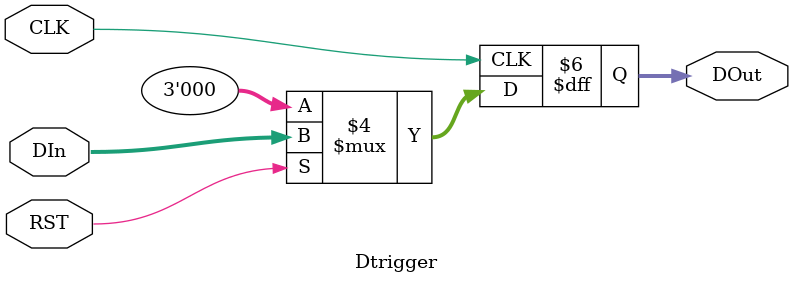
<source format=v>
`timescale 1ns / 1ps


module Dtrigger(
        input CLK,
        input RST,
        input [2:0] DIn,
        output reg [2:0] DOut
    );
    
    always@(posedge CLK) begin
        if (RST == 0) DOut = 3'b000;
        else DOut = DIn; 
    end
    
endmodule

</source>
